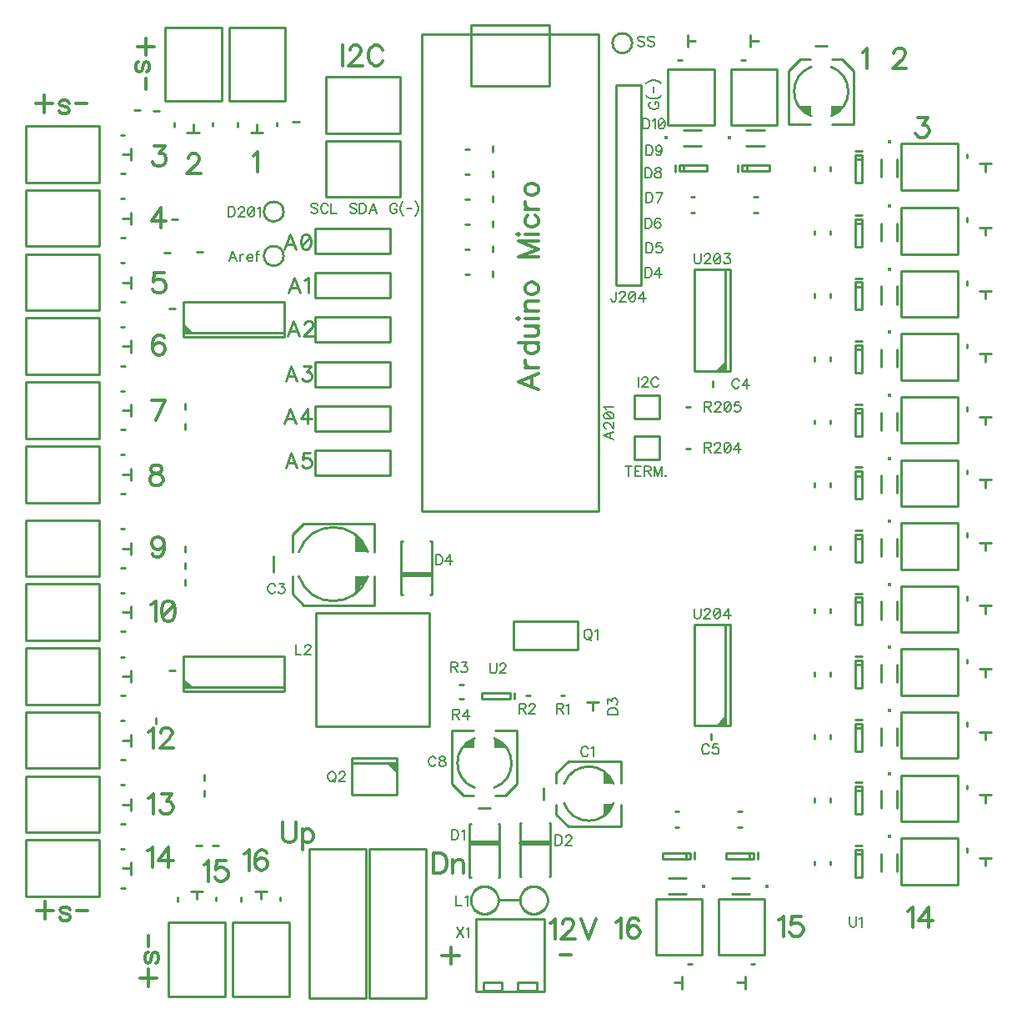
<source format=gto>
G04 DipTrace 3.0.0.2*
G04 IOExpander.GTO*
%MOMM*%
G04 #@! TF.FileFunction,Legend,Top*
G04 #@! TF.Part,Single*
%ADD10C,0.25*%
%ADD13C,0.5*%
%ADD47C,0.39996*%
%ADD50C,0.40002*%
%ADD119C,0.15686*%
%ADD120C,0.31373*%
%ADD121C,0.23529*%
%FSLAX35Y35*%
G04*
G71*
G90*
G75*
G01*
G04 TopSilk*
%LPD*%
X4100000Y5011778D2*
D10*
X5900000D1*
Y9852121D1*
X4100000D1*
Y5011778D1*
X4600040Y9322139D2*
X5399960D1*
Y9941848D1*
X4600040D1*
Y9322139D1*
X2500000Y7600000D2*
G02X2500000Y7600000I100000J0D01*
G01*
X6129964Y2249959D2*
Y2470008D1*
X5590001D1*
X5470029Y2350017D1*
Y2249959D1*
X6129964Y2030041D2*
Y1809992D1*
X5590001D1*
X5470029Y1929983D1*
Y2030041D1*
X5340000Y2199996D2*
Y2080004D1*
G36*
X6050042Y2239993D2*
X5950006D1*
Y2365000D1*
X6025033Y2314970D1*
D1*
X6050042Y2239993D1*
G37*
X5550040D2*
D10*
G02X6050042Y2239993I250001J-91017D01*
G01*
X5550040Y2040007D2*
G03X6050042Y2040007I250001J91017D01*
G01*
G36*
D2*
X5950006D1*
Y1915000D1*
X6025033Y1989978D1*
D1*
X6050042Y2040007D1*
G37*
X8269959Y8940036D2*
D10*
X8490008D1*
Y9479999D1*
X8370017Y9599971D1*
X8269959D1*
X8050041Y8940036D2*
X7829992D1*
Y9479999D1*
X7949983Y9599971D1*
X8050041D1*
X8219996Y9730000D2*
X8100004D1*
G36*
X8259993Y9019958D2*
Y9119994D1*
X8385000D1*
X8334970Y9044967D1*
D1*
X8259993Y9019958D1*
G37*
Y9519960D2*
D10*
G02X8259993Y9019958I-91018J-250001D01*
G01*
X8060007Y9519960D2*
G03X8060007Y9019958I91018J-250001D01*
G01*
G36*
D2*
Y9119994D1*
X7935000D1*
X8009978Y9044967D1*
D1*
X8060007Y9019958D1*
G37*
X3620025Y4590014D2*
D10*
Y4885002D1*
X2904996D1*
X2790051Y4769961D1*
Y4590014D1*
X3620025Y4349973D2*
Y4054985D1*
X2900019D1*
X2904996D2*
X2790051Y4170025D1*
Y4349973D1*
X2595000Y4550007D2*
Y4389980D1*
G36*
X3554969Y4594994D2*
X3429951D1*
Y4769961D1*
X3504962Y4695011D1*
D1*
X3554969Y4594994D1*
G37*
X2854989D2*
D10*
G02X3554969Y4594994I349990J-119984D01*
G01*
X2854989Y4344993D2*
G03X3554969Y4344993I349990J119984D01*
G01*
G36*
D2*
X3429951D1*
Y4170025D1*
X3504962Y4270042D1*
D1*
X3554969Y4344993D1*
G37*
X7055000Y6329997D2*
D10*
Y6270003D1*
X7045000Y2749997D2*
Y2690003D1*
X1599997Y7065000D2*
X1540003D1*
X1594997Y3390000D2*
X1535003D1*
X4821000Y8712997D2*
Y8653003D1*
Y8458997D2*
Y8399003D1*
Y8204997D2*
Y8145003D1*
Y7950997D2*
Y7891003D1*
Y7696997D2*
Y7637003D1*
Y7442997D2*
Y7383003D1*
X4895000Y1294984D2*
X4879996D1*
X4895000D2*
Y1835016D1*
X4585000Y1294984D2*
X4600004D1*
X4585000Y1835016D2*
X4600004D1*
X4585000Y1294984D2*
Y1835016D1*
X4895000D2*
X4879996D1*
Y1635016D2*
D13*
X4600004D1*
X5410000Y1299984D2*
D10*
X5394996D1*
X5410000D2*
Y1840016D1*
X5100000Y1299984D2*
X5115004D1*
X5100000Y1840016D2*
X5115004D1*
X5100000Y1299984D2*
Y1840016D1*
X5410000D2*
X5394996D1*
Y1640016D2*
D13*
X5115004D1*
X5779996Y3067004D2*
D10*
X5900004D1*
X5840000D2*
Y2986996D1*
X3895000Y4705016D2*
X3910004D1*
X3895000D2*
Y4164984D1*
X4205000Y4705016D2*
X4189996D1*
X4205000Y4164984D2*
X4189996D1*
X4205000Y4705016D2*
Y4164984D1*
X3895000D2*
X3910004D1*
Y4364984D2*
D13*
X4189996D1*
X2500000Y8050000D2*
D10*
G02X2500000Y8050000I100000J0D01*
G01*
X3784952Y7622987D2*
X3023048D1*
Y7877000D1*
X3784952D1*
Y7622987D1*
Y7172987D2*
X3023048D1*
Y7427000D1*
X3784952D1*
Y7172987D1*
Y6722987D2*
X3023048D1*
Y6977000D1*
X3784952D1*
Y6722987D1*
X6072995Y7303093D2*
X6326998D1*
Y9334907D1*
X6072995D1*
Y7303093D1*
X3128000Y8196000D2*
X3880000D1*
Y8768000D1*
X3128000D1*
Y8196000D1*
X6520000Y5530000D2*
X6260000D1*
Y5770000D1*
X6520000D1*
Y5530000D1*
X3784952Y6272987D2*
X3023048D1*
Y6527000D1*
X3784952D1*
Y6272987D1*
X6520000Y5945000D2*
X6260000D1*
Y6185000D1*
X6520000D1*
Y5945000D1*
X3128000Y8846000D2*
X3880000D1*
Y9418000D1*
X3128000D1*
Y8846000D1*
X3784952Y5822987D2*
X3023048D1*
Y6077000D1*
X3784952D1*
Y5822987D1*
Y5372987D2*
X3023048D1*
Y5627000D1*
X3784952D1*
Y5372987D1*
X3534000Y61000D2*
X2962000D1*
Y1575000D1*
X3534000D1*
Y61000D1*
X4144000D2*
X3572000D1*
Y1575000D1*
X4144000D1*
Y61000D1*
X5099990Y1060000D2*
X5100331Y1069766D1*
X5101352Y1079484D1*
X5103049Y1089108D1*
X5105413Y1098589D1*
X5108433Y1107883D1*
X5112093Y1116943D1*
X5116377Y1125726D1*
X5121263Y1134189D1*
X5126727Y1142290D1*
X5132743Y1149990D1*
X5139281Y1157252D1*
X5146310Y1164040D1*
X5153795Y1170322D1*
X5161701Y1176065D1*
X5169988Y1181244D1*
X5178615Y1185831D1*
X5187542Y1189806D1*
X5196724Y1193148D1*
X5206117Y1195841D1*
X5215675Y1197873D1*
X5225352Y1199233D1*
X5235099Y1199915D1*
X5244871D1*
X5254618Y1199233D1*
X5264295Y1197873D1*
X5273853Y1195841D1*
X5283246Y1193148D1*
X5292428Y1189806D1*
X5301355Y1185831D1*
X5309982Y1181244D1*
X5318269Y1176065D1*
X5326175Y1170322D1*
X5333660Y1164040D1*
X5340689Y1157252D1*
X5347227Y1149990D1*
X5353243Y1142290D1*
X5358707Y1134189D1*
X5363593Y1125726D1*
X5367877Y1116943D1*
X5371537Y1107883D1*
X5374557Y1098589D1*
X5376921Y1089108D1*
X5378618Y1079484D1*
X5379639Y1069766D1*
X5379980Y1060000D1*
X5379639Y1050234D1*
X5378618Y1040516D1*
X5376921Y1030892D1*
X5374557Y1021411D1*
X5371537Y1012117D1*
X5367877Y1003057D1*
X5363593Y994274D1*
X5358707Y985811D1*
X5353243Y977710D1*
X5347227Y970010D1*
X5340689Y962748D1*
X5333660Y955960D1*
X5326175Y949678D1*
X5318269Y943935D1*
X5309982Y938756D1*
X5301355Y934169D1*
X5292428Y930194D1*
X5283246Y926852D1*
X5273853Y924159D1*
X5264295Y922127D1*
X5254618Y920767D1*
X5244871Y920085D1*
X5235099D1*
X5225352Y920767D1*
X5215675Y922127D1*
X5206117Y924159D1*
X5196724Y926852D1*
X5187542Y930194D1*
X5178615Y934169D1*
X5169988Y938756D1*
X5161701Y943935D1*
X5153795Y949678D1*
X5146310Y955960D1*
X5139281Y962748D1*
X5132743Y970010D1*
X5126727Y977710D1*
X5121263Y985811D1*
X5116377Y994274D1*
X5112093Y1003057D1*
X5108433Y1012117D1*
X5105413Y1021411D1*
X5103049Y1030892D1*
X5101352Y1040516D1*
X5100331Y1050234D1*
X5099990Y1060000D1*
X4600020D2*
X4600361Y1069766D1*
X4601382Y1079484D1*
X4603079Y1089108D1*
X4605443Y1098589D1*
X4608463Y1107883D1*
X4612123Y1116943D1*
X4616407Y1125726D1*
X4621293Y1134189D1*
X4626757Y1142290D1*
X4632773Y1149990D1*
X4639311Y1157252D1*
X4646340Y1164040D1*
X4653825Y1170322D1*
X4661731Y1176065D1*
X4670018Y1181244D1*
X4678645Y1185831D1*
X4687572Y1189806D1*
X4696754Y1193148D1*
X4706147Y1195841D1*
X4715705Y1197873D1*
X4725382Y1199233D1*
X4735129Y1199915D1*
X4744901D1*
X4754648Y1199233D1*
X4764325Y1197873D1*
X4773883Y1195841D1*
X4783276Y1193148D1*
X4792458Y1189806D1*
X4801385Y1185831D1*
X4810012Y1181244D1*
X4818299Y1176065D1*
X4826205Y1170322D1*
X4833690Y1164040D1*
X4840719Y1157252D1*
X4847257Y1149990D1*
X4853273Y1142290D1*
X4858737Y1134189D1*
X4863623Y1125726D1*
X4867907Y1116943D1*
X4871567Y1107883D1*
X4874587Y1098589D1*
X4876951Y1089108D1*
X4878648Y1079484D1*
X4879669Y1069766D1*
X4880010Y1060000D1*
X4879669Y1050234D1*
X4878648Y1040516D1*
X4876951Y1030892D1*
X4874587Y1021411D1*
X4871567Y1012117D1*
X4867907Y1003057D1*
X4863623Y994274D1*
X4858737Y985811D1*
X4853273Y977710D1*
X4847257Y970010D1*
X4840719Y962748D1*
X4833690Y955960D1*
X4826205Y949678D1*
X4818299Y943935D1*
X4810012Y938756D1*
X4801385Y934169D1*
X4792458Y930194D1*
X4783276Y926852D1*
X4773883Y924159D1*
X4764325Y922127D1*
X4754648Y920767D1*
X4744901Y920085D1*
X4735129D1*
X4725382Y920767D1*
X4715705Y922127D1*
X4706147Y924159D1*
X4696754Y926852D1*
X4687572Y930194D1*
X4678645Y934169D1*
X4670018Y938756D1*
X4661731Y943935D1*
X4653825Y949678D1*
X4646340Y955960D1*
X4639311Y962748D1*
X4632773Y970010D1*
X4626757Y977710D1*
X4621293Y985811D1*
X4616407Y994274D1*
X4612123Y1003057D1*
X4608463Y1012117D1*
X4605443Y1021411D1*
X4603079Y1030892D1*
X4601382Y1040516D1*
X4600361Y1050234D1*
X4600020Y1060000D1*
X5089960D2*
X4890040D1*
X4179945Y3974982D2*
X3030018D1*
Y2824951D1*
X4179945D1*
Y3974982D1*
X5034990Y3889990D2*
X5685010D1*
Y3600010D1*
X5034990D1*
Y3889990D1*
X3849505Y2124992D2*
X3389502D1*
Y2505008D1*
X3849505D1*
Y2124992D1*
G36*
X3839505Y2455010D2*
Y2355014D1*
X3739504Y2455010D1*
D1*
X3839505D1*
G37*
X3849505D2*
D10*
X3389502D1*
X5515197Y3140000D2*
X5554803D1*
X5204803D2*
X5165197D1*
X4485197Y3250000D2*
X4524803D1*
Y3100000D2*
X4485197D1*
X4586803Y8683000D2*
X4547197D1*
X4586803Y8429000D2*
X4547197D1*
X4586803Y8175000D2*
X4547197D1*
X6829803Y5640000D2*
X6790197D1*
X6829803Y6065000D2*
X6790197D1*
X4586803Y7921000D2*
X4547197D1*
X4586803Y7667000D2*
X4547197D1*
X4586803Y7413000D2*
X4547197D1*
X6040000Y9760000D2*
G02X6040000Y9760000I100000J0D01*
G01*
X5000009Y3105012D2*
X4710000D1*
Y3164988D1*
X5000009D1*
Y3105012D1*
X5045000D2*
Y3164988D1*
X1679624Y7135240D2*
X2710376D1*
Y6775760D1*
X1679624D1*
Y7135240D1*
X1687858Y6823108D2*
X2702142D1*
G36*
X1677512D2*
Y6917652D1*
X1780968Y6823108D1*
D1*
X1677512D1*
G37*
X1679624Y3535240D2*
D10*
X2710376D1*
Y3175760D1*
X1679624D1*
Y3535240D1*
X1687858Y3223108D2*
X2702142D1*
G36*
X1677512D2*
Y3317652D1*
X1780968Y3223108D1*
D1*
X1677512D1*
G37*
X6875260Y6429124D2*
D10*
X7234740D1*
Y7459876D1*
X6875260D1*
Y6429124D1*
X7187392Y6437358D2*
Y7451642D1*
G36*
Y6427012D2*
X7092848D1*
X7187392Y6530468D1*
D1*
Y6427012D1*
G37*
X6875260Y2829124D2*
D10*
X7234740D1*
Y3859876D1*
X6875260D1*
Y2829124D1*
X7187392Y2837358D2*
Y3851642D1*
G36*
Y2827012D2*
X7092848D1*
X7187392Y2930468D1*
D1*
Y2827012D1*
G37*
X4650000Y865000D2*
D10*
X5350000D1*
Y135000D1*
X4650000D1*
Y865000D1*
X4730010Y219972D2*
X4919990D1*
Y139964D1*
X4730010D1*
Y219972D1*
X5080010D2*
X5269990D1*
Y139964D1*
X5080010D1*
Y219972D1*
X4630041Y2779964D2*
X4409992D1*
Y2240001D1*
X4529983Y2120029D1*
X4630041D1*
X4849959Y2779964D2*
X5070008D1*
Y2240001D1*
X4950017Y2120029D1*
X4849959D1*
X4680004Y1990000D2*
X4799996D1*
G36*
X4640007Y2700042D2*
Y2600006D1*
X4515000D1*
X4565030Y2675033D1*
D1*
X4640007Y2700042D1*
G37*
Y2200040D2*
D10*
G02X4640007Y2700042I91017J250001D01*
G01*
X4839993Y2200040D2*
G03X4839993Y2700042I-91017J250001D01*
G01*
G36*
D2*
Y2600006D1*
X4965000D1*
X4890022Y2675033D1*
D1*
X4839993Y2700042D1*
G37*
X2795003Y8965000D2*
D10*
X2854997D1*
X2490004Y8852996D2*
X2369996D1*
X2430000D2*
Y8933004D1*
X2146000Y9922000D2*
X2718000D1*
Y9170000D1*
X2146000D1*
Y9922000D1*
X2235000Y8949803D2*
Y8910197D1*
X2630000Y8954803D2*
Y8915197D1*
X1375003Y9075000D2*
X1434997D1*
X1840004Y8852996D2*
X1719996D1*
X1780000D2*
Y8933004D1*
X1496000Y9922000D2*
X2068000D1*
Y9170000D1*
X1496000D1*
Y9922000D1*
X1585000Y8949803D2*
Y8910197D1*
X1980000Y8954803D2*
Y8915197D1*
X1180003Y9080000D2*
X1239997D1*
X1147004Y8690004D2*
Y8569996D1*
Y8630000D2*
X1066996D1*
X78000Y8346000D2*
X830000D1*
Y8918000D1*
X78000D1*
Y8346000D1*
X1050197Y8435000D2*
X1089803D1*
X1045197Y8830000D2*
X1084803D1*
X1619997Y7975000D2*
X1560003D1*
X1147004Y8040004D2*
Y7919996D1*
Y7980000D2*
X1066996D1*
X78000Y7696000D2*
X830000D1*
Y8268000D1*
X78000D1*
Y7696000D1*
X1050197Y7785000D2*
X1089803D1*
X1045197Y8180000D2*
X1084803D1*
X1485003Y7630000D2*
X1544997D1*
X1147004Y7390004D2*
Y7269996D1*
Y7330000D2*
X1066996D1*
X78000Y7046000D2*
X830000D1*
Y7618000D1*
X78000D1*
Y7046000D1*
X1050197Y7135000D2*
X1089803D1*
X1045197Y7530000D2*
X1084803D1*
X1815003Y7640000D2*
X1874997D1*
X1147004Y6740004D2*
Y6619996D1*
Y6680000D2*
X1066996D1*
X78000Y6396000D2*
X830000D1*
Y6968000D1*
X78000D1*
Y6396000D1*
X1050197Y6485000D2*
X1089803D1*
X1045197Y6880000D2*
X1084803D1*
X1695000Y6099997D2*
Y6040003D1*
X1147004Y6090004D2*
Y5969996D1*
Y6030000D2*
X1066996D1*
X78000Y5746000D2*
X830000D1*
Y6318000D1*
X78000D1*
Y5746000D1*
X1050197Y5835000D2*
X1089803D1*
X1045197Y6230000D2*
X1084803D1*
X1695000Y5899997D2*
Y5840003D1*
X1147004Y5440004D2*
Y5319996D1*
Y5380000D2*
X1066996D1*
X78000Y5096000D2*
X830000D1*
Y5668000D1*
X78000D1*
Y5096000D1*
X1050197Y5185000D2*
X1089803D1*
X1045197Y5580000D2*
X1084803D1*
X1695000Y4649997D2*
Y4590003D1*
X1147004Y4690004D2*
Y4569996D1*
Y4630000D2*
X1066996D1*
X78000Y4346000D2*
X830000D1*
Y4918000D1*
X78000D1*
Y4346000D1*
X1050197Y4435000D2*
X1089803D1*
X1045197Y4830000D2*
X1084803D1*
X1700000Y4479997D2*
Y4420003D1*
X1147004Y4040004D2*
Y3919996D1*
Y3980000D2*
X1066996D1*
X78000Y3696000D2*
X830000D1*
Y4268000D1*
X78000D1*
Y3696000D1*
X1050197Y3785000D2*
X1089803D1*
X1045197Y4180000D2*
X1084803D1*
X1700000Y4314997D2*
Y4255003D1*
X1147004Y3390004D2*
Y3269996D1*
Y3330000D2*
X1066996D1*
X78000Y3046000D2*
X830000D1*
Y3618000D1*
X78000D1*
Y3046000D1*
X1050197Y3135000D2*
X1089803D1*
X1045197Y3530000D2*
X1084803D1*
X1400000Y2904997D2*
Y2845003D1*
X1147004Y2740004D2*
Y2619996D1*
Y2680000D2*
X1066996D1*
X78000Y2396000D2*
X830000D1*
Y2968000D1*
X78000D1*
Y2396000D1*
X1050197Y2485000D2*
X1089803D1*
X1045197Y2880000D2*
X1084803D1*
X1890000Y2329997D2*
Y2270003D1*
X1147004Y2090004D2*
Y1969996D1*
Y2030000D2*
X1066996D1*
X78000Y1746000D2*
X830000D1*
Y2318000D1*
X78000D1*
Y1746000D1*
X1050197Y1835000D2*
X1089803D1*
X1045197Y2230000D2*
X1084803D1*
X1890000Y2169997D2*
Y2110003D1*
X1147004Y1440004D2*
Y1319996D1*
Y1380000D2*
X1066996D1*
X78000Y1096000D2*
X830000D1*
Y1668000D1*
X78000D1*
Y1096000D1*
X1050197Y1185000D2*
X1089803D1*
X1045197Y1580000D2*
X1084803D1*
X1805003Y1615000D2*
X1864997D1*
X1759996Y1147004D2*
X1880004D1*
X1820000D2*
Y1066996D1*
X2104000Y78000D2*
X1532000D1*
Y830000D1*
X2104000D1*
Y78000D1*
X2015000Y1050197D2*
Y1089803D1*
X1620000Y1045197D2*
Y1084803D1*
X1980003Y1615000D2*
X2039997D1*
X2409996Y1147004D2*
X2530004D1*
X2470000D2*
Y1066996D1*
X2754000Y78000D2*
X2182000D1*
Y830000D1*
X2754000D1*
Y78000D1*
X2665000Y1050197D2*
Y1089803D1*
X2270000Y1045197D2*
Y1084803D1*
X6759980Y8880007D2*
X6940012D1*
X6759980Y8720000D2*
X6940012D1*
D47*
X6584998Y8800003D3*
X6802996Y9719996D2*
D10*
Y9840004D1*
Y9780000D2*
X6883004D1*
X6602557Y8926000D2*
X7071443D1*
Y9498000D1*
X6602557D1*
Y8926000D1*
X6717491Y8523887D2*
X6997509D1*
Y8459988D1*
X6717491D1*
Y8523887D1*
X6676667D2*
Y8456140D1*
X6762485Y8520002D2*
Y8459988D1*
X6874803Y8040000D2*
X6835197D1*
Y8200000D2*
X6874803D1*
X6705197Y9590000D2*
X6744803D1*
X7399980Y8880007D2*
X7580012D1*
X7399980Y8720000D2*
X7580012D1*
D47*
X7224998Y8800003D3*
X7442996Y9719996D2*
D10*
Y9840004D1*
Y9780000D2*
X7523004D1*
X7242557Y8926000D2*
X7711443D1*
Y9498000D1*
X7242557D1*
Y8926000D1*
X7357491Y8523887D2*
X7637509D1*
Y8459988D1*
X7357491D1*
Y8523887D1*
X7316667D2*
Y8456140D1*
X7402485Y8520002D2*
Y8459988D1*
X7514803Y8040000D2*
X7475197D1*
Y8200000D2*
X7514803D1*
X7345197Y9590000D2*
X7384803D1*
X8930007Y8580020D2*
Y8399988D1*
X8770000Y8580020D2*
Y8399988D1*
D50*
X8850003Y8755002D3*
X9769996Y8537004D2*
D10*
X9890004D1*
X9830000D2*
Y8456996D1*
X8976000Y8737443D2*
X9548000D1*
Y8268557D1*
X8976000D1*
Y8737443D1*
X8573887Y8622509D2*
X8509988D1*
Y8342491D1*
X8573887D1*
Y8622509D1*
Y8663333D2*
X8506140D1*
X8570002Y8577515D2*
X8509988D1*
X8090000Y8465197D2*
Y8504803D1*
X8250000D2*
Y8465197D1*
X9640000Y8634803D2*
Y8595197D1*
X8930007Y7930020D2*
Y7749988D1*
X8770000Y7930020D2*
Y7749988D1*
D50*
X8850003Y8105002D3*
X9769996Y7887004D2*
D10*
X9890004D1*
X9830000D2*
Y7806996D1*
X8976000Y8087443D2*
X9548000D1*
Y7618557D1*
X8976000D1*
Y8087443D1*
X8573887Y7972509D2*
X8509988D1*
Y7692491D1*
X8573887D1*
Y7972509D1*
Y8013333D2*
X8506140D1*
X8570002Y7927515D2*
X8509988D1*
X8090000Y7815197D2*
Y7854803D1*
X8250000D2*
Y7815197D1*
X9640000Y7984803D2*
Y7945197D1*
X8930007Y7290020D2*
Y7109988D1*
X8770000Y7290020D2*
Y7109988D1*
D50*
X8850003Y7465002D3*
X9769996Y7247004D2*
D10*
X9890004D1*
X9830000D2*
Y7166996D1*
X8976000Y7447443D2*
X9548000D1*
Y6978557D1*
X8976000D1*
Y7447443D1*
X8573887Y7332509D2*
X8509988D1*
Y7052491D1*
X8573887D1*
Y7332509D1*
Y7373333D2*
X8506140D1*
X8570002Y7287515D2*
X8509988D1*
X8090000Y7175197D2*
Y7214803D1*
X8250000D2*
Y7175197D1*
X9640000Y7344803D2*
Y7305197D1*
X8930007Y6650020D2*
Y6469988D1*
X8770000Y6650020D2*
Y6469988D1*
D50*
X8850003Y6825002D3*
X9769996Y6607004D2*
D10*
X9890004D1*
X9830000D2*
Y6526996D1*
X8976000Y6807443D2*
X9548000D1*
Y6338557D1*
X8976000D1*
Y6807443D1*
X8573887Y6692509D2*
X8509988D1*
Y6412491D1*
X8573887D1*
Y6692509D1*
Y6733333D2*
X8506140D1*
X8570002Y6647515D2*
X8509988D1*
X8090000Y6535197D2*
Y6574803D1*
X8250000D2*
Y6535197D1*
X9640000Y6704803D2*
Y6665197D1*
X8930007Y6010020D2*
Y5829988D1*
X8770000Y6010020D2*
Y5829988D1*
D50*
X8850003Y6185002D3*
X9769996Y5967004D2*
D10*
X9890004D1*
X9830000D2*
Y5886996D1*
X8976000Y6167443D2*
X9548000D1*
Y5698557D1*
X8976000D1*
Y6167443D1*
X8573887Y6052509D2*
X8509988D1*
Y5772491D1*
X8573887D1*
Y6052509D1*
Y6093333D2*
X8506140D1*
X8570002Y6007515D2*
X8509988D1*
X8090000Y5895197D2*
Y5934803D1*
X8250000D2*
Y5895197D1*
X9640000Y6064803D2*
Y6025197D1*
X8930007Y5370020D2*
Y5189988D1*
X8770000Y5370020D2*
Y5189988D1*
D50*
X8850003Y5545002D3*
X9769996Y5327004D2*
D10*
X9890004D1*
X9830000D2*
Y5246996D1*
X8976000Y5527443D2*
X9548000D1*
Y5058557D1*
X8976000D1*
Y5527443D1*
X8573887Y5412509D2*
X8509988D1*
Y5132491D1*
X8573887D1*
Y5412509D1*
Y5453333D2*
X8506140D1*
X8570002Y5367515D2*
X8509988D1*
X8090000Y5255197D2*
Y5294803D1*
X8250000D2*
Y5255197D1*
X9640000Y5424803D2*
Y5385197D1*
X8930007Y4730020D2*
Y4549988D1*
X8770000Y4730020D2*
Y4549988D1*
D50*
X8850003Y4905002D3*
X9769996Y4687004D2*
D10*
X9890004D1*
X9830000D2*
Y4606996D1*
X8976000Y4887443D2*
X9548000D1*
Y4418557D1*
X8976000D1*
Y4887443D1*
X8573887Y4772509D2*
X8509988D1*
Y4492491D1*
X8573887D1*
Y4772509D1*
Y4813333D2*
X8506140D1*
X8570002Y4727515D2*
X8509988D1*
X8090000Y4615197D2*
Y4654803D1*
X8250000D2*
Y4615197D1*
X9640000Y4784803D2*
Y4745197D1*
X8930007Y4090020D2*
Y3909988D1*
X8770000Y4090020D2*
Y3909988D1*
D50*
X8850003Y4265002D3*
X9769996Y4047004D2*
D10*
X9890004D1*
X9830000D2*
Y3966996D1*
X8976000Y4247443D2*
X9548000D1*
Y3778557D1*
X8976000D1*
Y4247443D1*
X8573887Y4132509D2*
X8509988D1*
Y3852491D1*
X8573887D1*
Y4132509D1*
Y4173333D2*
X8506140D1*
X8570002Y4087515D2*
X8509988D1*
X8090000Y3975197D2*
Y4014803D1*
X8250000D2*
Y3975197D1*
X9640000Y4144803D2*
Y4105197D1*
X8930007Y3450020D2*
Y3269988D1*
X8770000Y3450020D2*
Y3269988D1*
D50*
X8850003Y3625002D3*
X9769996Y3407004D2*
D10*
X9890004D1*
X9830000D2*
Y3326996D1*
X8976000Y3607443D2*
X9548000D1*
Y3138557D1*
X8976000D1*
Y3607443D1*
X8573887Y3492509D2*
X8509988D1*
Y3212491D1*
X8573887D1*
Y3492509D1*
Y3533333D2*
X8506140D1*
X8570002Y3447515D2*
X8509988D1*
X8090000Y3335197D2*
Y3374803D1*
X8250000D2*
Y3335197D1*
X9640000Y3504803D2*
Y3465197D1*
X8930007Y2810020D2*
Y2629988D1*
X8770000Y2810020D2*
Y2629988D1*
D50*
X8850003Y2985002D3*
X9769996Y2767004D2*
D10*
X9890004D1*
X9830000D2*
Y2686996D1*
X8976000Y2967443D2*
X9548000D1*
Y2498557D1*
X8976000D1*
Y2967443D1*
X8573887Y2852509D2*
X8509988D1*
Y2572491D1*
X8573887D1*
Y2852509D1*
Y2893333D2*
X8506140D1*
X8570002Y2807515D2*
X8509988D1*
X8090000Y2695197D2*
Y2734803D1*
X8250000D2*
Y2695197D1*
X9640000Y2864803D2*
Y2825197D1*
X8930007Y2170020D2*
Y1989988D1*
X8770000Y2170020D2*
Y1989988D1*
D50*
X8850003Y2345002D3*
X9769996Y2127004D2*
D10*
X9890004D1*
X9830000D2*
Y2046996D1*
X8976000Y2327443D2*
X9548000D1*
Y1858557D1*
X8976000D1*
Y2327443D1*
X8573887Y2212509D2*
X8509988D1*
Y1932491D1*
X8573887D1*
Y2212509D1*
Y2253333D2*
X8506140D1*
X8570002Y2167515D2*
X8509988D1*
X8090000Y2055197D2*
Y2094803D1*
X8250000D2*
Y2055197D1*
X9640000Y2224803D2*
Y2185197D1*
X8930007Y1530020D2*
Y1349988D1*
X8770000Y1530020D2*
Y1349988D1*
D50*
X8850003Y1705002D3*
X9769996Y1487004D2*
D10*
X9890004D1*
X9830000D2*
Y1406996D1*
X8976000Y1687443D2*
X9548000D1*
Y1218557D1*
X8976000D1*
Y1687443D1*
X8573887Y1572509D2*
X8509988D1*
Y1292491D1*
X8573887D1*
Y1572509D1*
Y1613333D2*
X8506140D1*
X8570002Y1527515D2*
X8509988D1*
X8090000Y1415197D2*
Y1454803D1*
X8250000D2*
Y1415197D1*
X9640000Y1584803D2*
Y1545197D1*
X7430020Y1119993D2*
X7249988D1*
X7430020Y1280000D2*
X7249988D1*
D47*
X7605002Y1199997D3*
X7387004Y280004D2*
D10*
Y159996D1*
Y220000D2*
X7306996D1*
X7587443Y1074000D2*
X7118557D1*
Y502000D1*
X7587443D1*
Y1074000D1*
X7472509Y1476113D2*
X7192491D1*
Y1540012D1*
X7472509D1*
Y1476113D1*
X7513333D2*
Y1543860D1*
X7427515Y1479998D2*
Y1540012D1*
X7315197Y1960000D2*
X7354803D1*
Y1800000D2*
X7315197D1*
X7484803Y410000D2*
X7445197D1*
X6790020Y1119993D2*
X6609988D1*
X6790020Y1280000D2*
X6609988D1*
D47*
X6965002Y1199997D3*
X6747004Y280004D2*
D10*
Y159996D1*
Y220000D2*
X6666996D1*
X6947443Y1074000D2*
X6478557D1*
Y502000D1*
X6947443D1*
Y1074000D1*
X6832509Y1476113D2*
X6552491D1*
Y1540012D1*
X6832509D1*
Y1476113D1*
X6873333D2*
Y1543860D1*
X6787515Y1479998D2*
Y1540012D1*
X6675197Y1960000D2*
X6714803D1*
Y1800000D2*
X6675197D1*
X6844803Y410000D2*
X6805197D1*
X6053299Y5813462D2*
D119*
X5951211Y5774491D1*
X6053298Y5735633D1*
X6019269Y5750233D2*
Y5798862D1*
X5975582Y5849776D2*
X5970752D1*
X5960982Y5854605D1*
X5956152Y5859435D1*
X5951323Y5869205D1*
Y5888635D1*
X5956152Y5898293D1*
X5960982Y5903122D1*
X5970752Y5908064D1*
X5980411D1*
X5990182Y5903122D1*
X6004669Y5893464D1*
X6053299Y5844835D1*
X6053298Y5912893D1*
X5951323Y5973466D2*
X5956152Y5958866D1*
X5970752Y5949095D1*
X5995011Y5944266D1*
X6009611D1*
X6033869Y5949095D1*
X6048469Y5958866D1*
X6053298Y5973466D1*
Y5983124D1*
X6048469Y5997724D1*
X6033869Y6007382D1*
X6009611Y6012324D1*
X5995011D1*
X5970752Y6007382D1*
X5956152Y5997724D1*
X5951323Y5983124D1*
Y5973466D1*
X5970752Y6007382D2*
X6033869Y5949095D1*
X5970752Y6043697D2*
X5965811Y6053467D1*
X5951323Y6068067D1*
X6053298D1*
X2223797Y7546702D2*
X2184827Y7648789D1*
X2145968Y7546702D1*
X2160568Y7580731D2*
X2209197D1*
X2255170Y7614760D2*
Y7546702D1*
Y7585560D2*
X2260111Y7600160D1*
X2269770Y7609931D1*
X2279541Y7614760D1*
X2294141D1*
X2325513Y7585560D2*
X2383801D1*
Y7595331D1*
X2378972Y7605102D1*
X2374142Y7609931D1*
X2364372Y7614760D1*
X2349772D1*
X2340113Y7609931D1*
X2330342Y7600160D1*
X2325513Y7585560D1*
Y7575902D1*
X2330342Y7561302D1*
X2340113Y7551643D1*
X2349772Y7546702D1*
X2364372D1*
X2374142Y7551643D1*
X2383801Y7561302D1*
X2454032Y7648789D2*
X2444373D1*
X2434603Y7643960D1*
X2429773Y7629360D1*
Y7546702D1*
X2415173Y7614760D2*
X2449203D1*
X5793572Y2594539D2*
X5788743Y2604198D1*
X5778972Y2613968D1*
X5769314Y2618798D1*
X5749884D1*
X5740114Y2613968D1*
X5730455Y2604198D1*
X5725514Y2594539D1*
X5720684Y2579939D1*
Y2555568D1*
X5725514Y2541081D1*
X5730455Y2531310D1*
X5740114Y2521651D1*
X5749884Y2516710D1*
X5769314D1*
X5778972Y2521651D1*
X5788743Y2531310D1*
X5793572Y2541081D1*
X5824945Y2599256D2*
X5834716Y2604198D1*
X5849316Y2618685D1*
Y2516710D1*
X2614228Y4249532D2*
X2609399Y4259191D1*
X2599628Y4268962D1*
X2589970Y4273791D1*
X2570541D1*
X2560770Y4268962D1*
X2551111Y4259191D1*
X2546170Y4249532D1*
X2541341Y4234932D1*
Y4210562D1*
X2546170Y4196074D1*
X2551111Y4186303D1*
X2560770Y4176645D1*
X2570541Y4171703D1*
X2589970D1*
X2599628Y4176645D1*
X2609399Y4186303D1*
X2614228Y4196074D1*
X2655372Y4273679D2*
X2708718D1*
X2679630Y4234820D1*
X2694230D1*
X2703889Y4229991D1*
X2708718Y4225162D1*
X2713659Y4210562D1*
Y4200903D1*
X2708718Y4186303D1*
X2699059Y4176532D1*
X2684459Y4171703D1*
X2669859D1*
X2655372Y4176532D1*
X2650542Y4181474D1*
X2645601Y4191132D1*
X7329314Y6329531D2*
X7324484Y6339189D1*
X7314714Y6348960D1*
X7305055Y6353789D1*
X7285626D1*
X7275855Y6348960D1*
X7266197Y6339189D1*
X7261255Y6329531D1*
X7256426Y6314931D1*
Y6290560D1*
X7261255Y6276072D1*
X7266197Y6266302D1*
X7275855Y6256643D1*
X7285626Y6251702D1*
X7305055D1*
X7314714Y6256643D1*
X7324484Y6266302D1*
X7329314Y6276072D1*
X7409316Y6251702D2*
Y6353677D1*
X7360686Y6285731D1*
X7433574D1*
X7021728Y2619531D2*
X7016899Y2629189D1*
X7007128Y2638960D1*
X6997470Y2643789D1*
X6978041D1*
X6968270Y2638960D1*
X6958611Y2629189D1*
X6953670Y2619531D1*
X6948841Y2604931D1*
Y2580560D1*
X6953670Y2566072D1*
X6958611Y2556302D1*
X6968270Y2546643D1*
X6978041Y2541702D1*
X6997470D1*
X7007128Y2546643D1*
X7016899Y2556302D1*
X7021728Y2566072D1*
X7111389Y2643677D2*
X7062872D1*
X7058042Y2599989D1*
X7062872Y2604819D1*
X7077472Y2609760D1*
X7091959D1*
X7106559Y2604819D1*
X7116330Y2595160D1*
X7121159Y2580560D1*
Y2570902D1*
X7116330Y2556302D1*
X7106559Y2546531D1*
X7091959Y2541702D1*
X7077472D1*
X7062872Y2546531D1*
X7058042Y2551472D1*
X7053101Y2561131D1*
X4408099Y1773789D2*
Y1671702D1*
X4442128D1*
X4456728Y1676643D1*
X4466499Y1686302D1*
X4471328Y1696072D1*
X4476158Y1710560D1*
Y1734931D1*
X4471328Y1749531D1*
X4466499Y1759189D1*
X4456728Y1768960D1*
X4442128Y1773789D1*
X4408099D1*
X4507530Y1754248D2*
X4517301Y1759189D1*
X4531901Y1773677D1*
Y1671702D1*
X5461255Y1718789D2*
Y1616702D1*
X5495284D1*
X5509884Y1621643D1*
X5519655Y1631302D1*
X5524484Y1641072D1*
X5529314Y1655560D1*
Y1679931D1*
X5524484Y1694531D1*
X5519655Y1704189D1*
X5509884Y1713960D1*
X5495284Y1718789D1*
X5461255D1*
X5565628Y1694419D2*
Y1699248D1*
X5570457Y1709019D1*
X5575286Y1713848D1*
X5585057Y1718677D1*
X5604486D1*
X5614145Y1713848D1*
X5618974Y1709019D1*
X5623916Y1699248D1*
Y1689589D1*
X5618974Y1679819D1*
X5609316Y1665331D1*
X5560686Y1616702D1*
X5628745D1*
X5991211Y2943256D2*
X6093298D1*
X6093299Y2977285D1*
X6088357Y2991885D1*
X6078699Y3001655D1*
X6068928Y3006485D1*
X6054440Y3011314D1*
X6030069D1*
X6015469Y3006485D1*
X6005811Y3001656D1*
X5996040Y2991885D1*
X5991211Y2977285D1*
Y2943256D1*
X5991323Y3052457D2*
Y3105803D1*
X6030182Y3076716D1*
Y3091316D1*
X6035011Y3100974D1*
X6039840Y3105803D1*
X6054440Y3110745D1*
X6064099D1*
X6078699Y3105803D1*
X6088469Y3096145D1*
X6093298Y3081545D1*
Y3066945D1*
X6088469Y3052457D1*
X6083528Y3047628D1*
X6073869Y3042686D1*
X4243841Y4563789D2*
Y4461702D1*
X4277870D1*
X4292470Y4466643D1*
X4302241Y4476302D1*
X4307070Y4486072D1*
X4311899Y4500560D1*
Y4524931D1*
X4307070Y4539531D1*
X4302241Y4549189D1*
X4292470Y4558960D1*
X4277870Y4563789D1*
X4243841D1*
X4391901Y4461702D2*
Y4563677D1*
X4343272Y4495731D1*
X4416159D1*
X2138668Y8098789D2*
Y7996702D1*
X2172697D1*
X2187297Y8001643D1*
X2197068Y8011302D1*
X2201897Y8021072D1*
X2206727Y8035560D1*
Y8059931D1*
X2201897Y8074531D1*
X2197068Y8084189D1*
X2187297Y8093960D1*
X2172697Y8098789D1*
X2138668D1*
X2243041Y8074419D2*
Y8079248D1*
X2247870Y8089019D1*
X2252699Y8093848D1*
X2262470Y8098677D1*
X2281899D1*
X2291558Y8093848D1*
X2296387Y8089019D1*
X2301328Y8079248D1*
Y8069589D1*
X2296387Y8059819D1*
X2286728Y8045331D1*
X2238099Y7996702D1*
X2306158D1*
X2366730Y8098677D2*
X2352130Y8093848D1*
X2342359Y8079248D1*
X2337530Y8054989D1*
Y8040389D1*
X2342359Y8016131D1*
X2352130Y8001531D1*
X2366730Y7996702D1*
X2376389D1*
X2390989Y8001531D1*
X2400647Y8016131D1*
X2405589Y8040389D1*
Y8054989D1*
X2400647Y8079248D1*
X2390989Y8093848D1*
X2376389Y8098677D1*
X2366730D1*
X2400647Y8079248D2*
X2342359Y8016131D1*
X2436961Y8079248D2*
X2446732Y8084189D1*
X2461332Y8098677D1*
Y7996702D1*
X6075750Y7237789D2*
Y7160072D1*
X6070921Y7145472D1*
X6065979Y7140643D1*
X6056321Y7135702D1*
X6046550D1*
X6036892Y7140643D1*
X6032062Y7145472D1*
X6027121Y7160072D1*
Y7169731D1*
X6112064Y7213419D2*
Y7218248D1*
X6116893Y7228019D1*
X6121723Y7232848D1*
X6131493Y7237677D1*
X6150923D1*
X6160581Y7232848D1*
X6165410Y7228019D1*
X6170352Y7218248D1*
Y7208589D1*
X6165410Y7198819D1*
X6155752Y7184331D1*
X6107123Y7135702D1*
X6175181D1*
X6235754Y7237677D2*
X6221154Y7232848D1*
X6211383Y7218248D1*
X6206554Y7193989D1*
Y7179389D1*
X6211383Y7155131D1*
X6221154Y7140531D1*
X6235754Y7135702D1*
X6245412D1*
X6260012Y7140531D1*
X6269671Y7155131D1*
X6274612Y7179389D1*
Y7193989D1*
X6269671Y7218248D1*
X6260012Y7232848D1*
X6245412Y7237677D1*
X6235754D1*
X6269671Y7218248D2*
X6211383Y7155131D1*
X6354614Y7135702D2*
Y7237677D1*
X6305985Y7169731D1*
X6378872D1*
X4452984Y1103789D2*
Y1001702D1*
X4511272D1*
X4542645Y1084248D2*
X4552416Y1089189D1*
X4567016Y1103677D1*
Y1001702D1*
X2821141Y3653789D2*
Y3551702D1*
X2879428D1*
X2915742Y3629419D2*
Y3634248D1*
X2920572Y3644019D1*
X2925401Y3648848D1*
X2935172Y3653677D1*
X2954601D1*
X2964259Y3648848D1*
X2969089Y3644019D1*
X2974030Y3634248D1*
Y3624589D1*
X2969089Y3614819D1*
X2959430Y3600331D1*
X2910801Y3551702D1*
X2978859D1*
X5782414Y3808789D2*
X5772755Y3804072D1*
X5762984Y3794302D1*
X5758155Y3784531D1*
X5753214Y3769931D1*
Y3745672D1*
X5758155Y3731072D1*
X5762984Y3721414D1*
X5772755Y3711643D1*
X5782414Y3706814D1*
X5801843D1*
X5811614Y3711643D1*
X5821272Y3721414D1*
X5826101Y3731072D1*
X5831043Y3745672D1*
Y3769931D1*
X5826101Y3784531D1*
X5821272Y3794302D1*
X5811614Y3804072D1*
X5801843Y3808789D1*
X5782414D1*
X5797014Y3726243D2*
X5826101Y3697043D1*
X5862416Y3789248D2*
X5872186Y3794189D1*
X5886786Y3808677D1*
Y3706702D1*
X3180073Y2363789D2*
X3170415Y2359072D1*
X3160644Y2349302D1*
X3155815Y2339531D1*
X3150873Y2324931D1*
Y2300672D1*
X3155815Y2286072D1*
X3160644Y2276414D1*
X3170415Y2266643D1*
X3180073Y2261814D1*
X3199502D1*
X3209273Y2266643D1*
X3218932Y2276414D1*
X3223761Y2286072D1*
X3228702Y2300672D1*
Y2324931D1*
X3223761Y2339531D1*
X3218932Y2349302D1*
X3209273Y2359072D1*
X3199502Y2363789D1*
X3180073D1*
X3194673Y2281243D2*
X3223761Y2252043D1*
X3265017Y2339419D2*
Y2344248D1*
X3269846Y2354019D1*
X3274675Y2358848D1*
X3284446Y2363677D1*
X3303875D1*
X3313533Y2358848D1*
X3318363Y2354019D1*
X3323304Y2344248D1*
Y2334589D1*
X3318363Y2324819D1*
X3308704Y2310331D1*
X3260075Y2261702D1*
X3328133D1*
X5473099Y3005160D2*
X5516787D1*
X5531387Y3010102D1*
X5536328Y3014931D1*
X5541158Y3024589D1*
Y3034360D1*
X5536328Y3044019D1*
X5531387Y3048960D1*
X5516787Y3053789D1*
X5473099D1*
Y2951702D1*
X5507128Y3005160D2*
X5541158Y2951702D1*
X5572530Y3034248D2*
X5582301Y3039189D1*
X5596901Y3053677D1*
Y2951702D1*
X5091255Y3005160D2*
X5134943D1*
X5149543Y3010102D1*
X5154484Y3014931D1*
X5159314Y3024589D1*
Y3034360D1*
X5154484Y3044019D1*
X5149543Y3048960D1*
X5134943Y3053789D1*
X5091255D1*
Y2951702D1*
X5125284Y3005160D2*
X5159314Y2951702D1*
X5195628Y3029419D2*
Y3034248D1*
X5200457Y3044019D1*
X5205286Y3048848D1*
X5215057Y3053677D1*
X5234486D1*
X5244145Y3048848D1*
X5248974Y3044019D1*
X5253916Y3034248D1*
Y3024589D1*
X5248974Y3014819D1*
X5239316Y3000331D1*
X5190686Y2951702D1*
X5258745D1*
X4401255Y3425160D2*
X4444943D1*
X4459543Y3430102D1*
X4464484Y3434931D1*
X4469314Y3444589D1*
Y3454360D1*
X4464484Y3464019D1*
X4459543Y3468960D1*
X4444943Y3473789D1*
X4401255D1*
Y3371702D1*
X4435284Y3425160D2*
X4469314Y3371702D1*
X4510457Y3473677D2*
X4563803D1*
X4534716Y3434819D1*
X4549316D1*
X4558974Y3429989D1*
X4563803Y3425160D1*
X4568745Y3410560D1*
Y3400902D1*
X4563803Y3386302D1*
X4554145Y3376531D1*
X4539545Y3371702D1*
X4524945D1*
X4510457Y3376531D1*
X4505628Y3381472D1*
X4500686Y3391131D1*
X4418841Y2945160D2*
X4462528D1*
X4477128Y2950102D1*
X4482070Y2954931D1*
X4486899Y2964589D1*
Y2974360D1*
X4482070Y2984019D1*
X4477128Y2988960D1*
X4462528Y2993789D1*
X4418841D1*
Y2891702D1*
X4452870Y2945160D2*
X4486899Y2891702D1*
X4566901D2*
Y2993677D1*
X4518272Y2925731D1*
X4591159D1*
X6974410Y5655160D2*
X7018097D1*
X7032697Y5660102D1*
X7037639Y5664931D1*
X7042468Y5674589D1*
Y5684360D1*
X7037639Y5694019D1*
X7032697Y5698960D1*
X7018097Y5703789D1*
X6974410D1*
Y5601702D1*
X7008439Y5655160D2*
X7042468Y5601702D1*
X7078782Y5679419D2*
Y5684248D1*
X7083611Y5694019D1*
X7088441Y5698848D1*
X7098211Y5703677D1*
X7117641D1*
X7127299Y5698848D1*
X7132128Y5694019D1*
X7137070Y5684248D1*
Y5674589D1*
X7132128Y5664819D1*
X7122470Y5650331D1*
X7073841Y5601702D1*
X7141899D1*
X7202472Y5703677D2*
X7187872Y5698848D1*
X7178101Y5684248D1*
X7173272Y5659989D1*
Y5645389D1*
X7178101Y5621131D1*
X7187872Y5606531D1*
X7202472Y5601702D1*
X7212130D1*
X7226730Y5606531D1*
X7236389Y5621131D1*
X7241330Y5645389D1*
Y5659989D1*
X7236389Y5684248D1*
X7226730Y5698848D1*
X7212130Y5703677D1*
X7202472D1*
X7236389Y5684248D2*
X7178101Y5621131D1*
X7321332Y5601702D2*
Y5703677D1*
X7272703Y5635731D1*
X7345590D1*
X6976824Y6070160D2*
X7020512D1*
X7035112Y6075102D1*
X7040053Y6079931D1*
X7044883Y6089589D1*
Y6099360D1*
X7040053Y6109019D1*
X7035112Y6113960D1*
X7020512Y6118789D1*
X6976824D1*
Y6016702D1*
X7010853Y6070160D2*
X7044883Y6016702D1*
X7081197Y6094419D2*
Y6099248D1*
X7086026Y6109019D1*
X7090855Y6113848D1*
X7100626Y6118677D1*
X7120055D1*
X7129714Y6113848D1*
X7134543Y6109019D1*
X7139484Y6099248D1*
Y6089589D1*
X7134543Y6079819D1*
X7124884Y6065331D1*
X7076255Y6016702D1*
X7144314D1*
X7204886Y6118677D2*
X7190286Y6113848D1*
X7180516Y6099248D1*
X7175686Y6074989D1*
Y6060389D1*
X7180516Y6036131D1*
X7190286Y6021531D1*
X7204886Y6016702D1*
X7214545D1*
X7229145Y6021531D1*
X7238803Y6036131D1*
X7243745Y6060389D1*
Y6074989D1*
X7238803Y6099248D1*
X7229145Y6113848D1*
X7214545Y6118677D1*
X7204886D1*
X7238803Y6099248D2*
X7180516Y6036131D1*
X7333405Y6118677D2*
X7284888D1*
X7280059Y6074989D1*
X7284888Y6079819D1*
X7299488Y6084760D1*
X7313976D1*
X7328576Y6079819D1*
X7338347Y6070160D1*
X7343176Y6055560D1*
Y6045902D1*
X7338347Y6031302D1*
X7328576Y6021531D1*
X7313976Y6016702D1*
X7299488D1*
X7284888Y6021531D1*
X7280059Y6026472D1*
X7275117Y6036131D1*
X6364314Y9814189D2*
X6354655Y9823960D1*
X6340055Y9828789D1*
X6320626D1*
X6306026Y9823960D1*
X6296255Y9814189D1*
Y9804531D1*
X6301197Y9794760D1*
X6306026Y9789931D1*
X6315684Y9785102D1*
X6344884Y9775331D1*
X6354655Y9770502D1*
X6359484Y9765560D1*
X6364314Y9755902D1*
Y9741302D1*
X6354655Y9731643D1*
X6340055Y9726702D1*
X6320626D1*
X6306026Y9731643D1*
X6296255Y9741302D1*
X6463745Y9814189D2*
X6454086Y9823960D1*
X6439486Y9828789D1*
X6420057D1*
X6405457Y9823960D1*
X6395686Y9814189D1*
Y9804531D1*
X6400628Y9794760D1*
X6405457Y9789931D1*
X6415116Y9785102D1*
X6444316Y9775331D1*
X6454086Y9770502D1*
X6458916Y9765560D1*
X6463745Y9755902D1*
Y9741302D1*
X6454086Y9731643D1*
X6439486Y9726702D1*
X6420057D1*
X6405457Y9731643D1*
X6395686Y9741302D1*
X8448099Y888789D2*
Y815902D1*
X8452928Y801302D1*
X8462699Y791643D1*
X8477299Y786702D1*
X8486958D1*
X8501558Y791643D1*
X8511328Y801302D1*
X8516158Y815902D1*
Y888789D1*
X8547530Y869248D2*
X8557301Y874189D1*
X8571901Y888677D1*
Y786702D1*
X4793755Y3463789D2*
Y3390902D1*
X4798584Y3376302D1*
X4808355Y3366643D1*
X4822955Y3361702D1*
X4832614D1*
X4847214Y3366643D1*
X4856984Y3376302D1*
X4861814Y3390902D1*
Y3463789D1*
X4898128Y3439419D2*
Y3444248D1*
X4902957Y3454019D1*
X4907786Y3458848D1*
X4917557Y3463677D1*
X4936986D1*
X4946645Y3458848D1*
X4951474Y3454019D1*
X4956416Y3444248D1*
Y3434589D1*
X4951474Y3424819D1*
X4941816Y3410331D1*
X4893186Y3361702D1*
X4961245D1*
X6871824Y7621123D2*
Y7548235D1*
X6876653Y7533635D1*
X6886424Y7523976D1*
X6901024Y7519035D1*
X6910683D1*
X6925283Y7523976D1*
X6935053Y7533635D1*
X6939883Y7548235D1*
Y7621123D1*
X6976197Y7596752D2*
Y7601581D1*
X6981026Y7611352D1*
X6985855Y7616181D1*
X6995626Y7621010D1*
X7015055D1*
X7024714Y7616181D1*
X7029543Y7611352D1*
X7034484Y7601581D1*
Y7591923D1*
X7029543Y7582152D1*
X7019884Y7567664D1*
X6971255Y7519035D1*
X7039314D1*
X7099886Y7621010D2*
X7085286Y7616181D1*
X7075516Y7601581D1*
X7070686Y7577323D1*
Y7562723D1*
X7075516Y7538464D1*
X7085286Y7523864D1*
X7099886Y7519035D1*
X7109545D1*
X7124145Y7523864D1*
X7133803Y7538464D1*
X7138745Y7562723D1*
Y7577323D1*
X7133803Y7601581D1*
X7124145Y7616181D1*
X7109545Y7621010D1*
X7099886D1*
X7133803Y7601581D2*
X7075516Y7538464D1*
X7179888Y7621010D2*
X7233234D1*
X7204147Y7582152D1*
X7218747D1*
X7228405Y7577323D1*
X7233234Y7572493D1*
X7238176Y7557893D1*
Y7548235D1*
X7233234Y7533635D1*
X7223576Y7523864D1*
X7208976Y7519035D1*
X7194376D1*
X7179888Y7523864D1*
X7175059Y7528806D1*
X7170117Y7538464D1*
X6869410Y4021123D2*
Y3948235D1*
X6874239Y3933635D1*
X6884010Y3923976D1*
X6898610Y3919035D1*
X6908268D1*
X6922868Y3923976D1*
X6932639Y3933635D1*
X6937468Y3948235D1*
Y4021123D1*
X6973782Y3996752D2*
Y4001581D1*
X6978611Y4011352D1*
X6983441Y4016181D1*
X6993211Y4021010D1*
X7012641D1*
X7022299Y4016181D1*
X7027128Y4011352D1*
X7032070Y4001581D1*
Y3991923D1*
X7027128Y3982152D1*
X7017470Y3967664D1*
X6968841Y3919035D1*
X7036899D1*
X7097472Y4021010D2*
X7082872Y4016181D1*
X7073101Y4001581D1*
X7068272Y3977323D1*
Y3962723D1*
X7073101Y3938464D1*
X7082872Y3923864D1*
X7097472Y3919035D1*
X7107130D1*
X7121730Y3923864D1*
X7131389Y3938464D1*
X7136330Y3962723D1*
Y3977323D1*
X7131389Y4001581D1*
X7121730Y4016181D1*
X7107130Y4021010D1*
X7097472D1*
X7131389Y4001581D2*
X7073101Y3938464D1*
X7216332Y3919035D2*
Y4021010D1*
X7167703Y3953064D1*
X7240590D1*
X4458099Y783789D2*
X4526158Y681702D1*
Y783789D2*
X4458099Y681702D1*
X4557530Y764248D2*
X4567301Y769189D1*
X4581901Y783677D1*
Y681702D1*
X4246784Y2494531D2*
X4241955Y2504189D1*
X4232184Y2513960D1*
X4222526Y2518789D1*
X4203097D1*
X4193326Y2513960D1*
X4183668Y2504189D1*
X4178726Y2494531D1*
X4173897Y2479931D1*
Y2455560D1*
X4178726Y2441072D1*
X4183668Y2431302D1*
X4193326Y2421643D1*
X4203097Y2416702D1*
X4222526D1*
X4232184Y2421643D1*
X4241955Y2431302D1*
X4246784Y2441072D1*
X4302416Y2518677D2*
X4287928Y2513848D1*
X4282986Y2504189D1*
Y2494419D1*
X4287928Y2484760D1*
X4297586Y2479819D1*
X4317016Y2474989D1*
X4331616Y2470160D1*
X4341274Y2460389D1*
X4346103Y2450731D1*
Y2436131D1*
X4341274Y2426472D1*
X4336445Y2421531D1*
X4321845Y2416702D1*
X4302416D1*
X4287928Y2421531D1*
X4282986Y2426472D1*
X4278157Y2436131D1*
Y2450731D1*
X4282986Y2460389D1*
X4292757Y2470160D1*
X4307245Y2474989D1*
X4326674Y2479819D1*
X4336445Y2484760D1*
X4341274Y2494419D1*
Y2504189D1*
X4336445Y2513848D1*
X4321845Y2518677D1*
X4302416D1*
X2390000Y8617683D2*
D120*
X2409541Y8627567D1*
X2438741Y8656542D1*
Y8452591D1*
X1729883Y8588025D2*
Y8597683D1*
X1739541Y8617225D1*
X1749200Y8626883D1*
X1768741Y8636542D1*
X1807600D1*
X1826917Y8626883D1*
X1836575Y8617225D1*
X1846458Y8597683D1*
Y8578367D1*
X1836575Y8558825D1*
X1817258Y8529850D1*
X1720000Y8432591D1*
X1856117D1*
X1389541Y8716542D2*
X1496233D1*
X1438058Y8638825D1*
X1467258D1*
X1486575Y8629167D1*
X1496233Y8619508D1*
X1506117Y8590308D1*
Y8570991D1*
X1496233Y8541791D1*
X1476917Y8522250D1*
X1447717Y8512591D1*
X1418517D1*
X1389541Y8522250D1*
X1379883Y8532133D1*
X1370000Y8551450D1*
X1457258Y7882591D2*
Y8086542D1*
X1360000Y7950650D1*
X1505775D1*
X1486575Y7426542D2*
X1389541D1*
X1379883Y7339167D1*
X1389541Y7348825D1*
X1418741Y7358708D1*
X1447717D1*
X1476917Y7348825D1*
X1496458Y7329508D1*
X1506117Y7300308D1*
Y7280991D1*
X1496458Y7251791D1*
X1476917Y7232250D1*
X1447717Y7222591D1*
X1418741D1*
X1389541Y7232250D1*
X1379883Y7242133D1*
X1370000Y7261450D1*
X1486575Y6767567D2*
X1476917Y6786883D1*
X1447717Y6796542D1*
X1428400D1*
X1399200Y6786883D1*
X1379658Y6757683D1*
X1370000Y6709167D1*
Y6660650D1*
X1379658Y6621791D1*
X1399200Y6602250D1*
X1428400Y6592591D1*
X1438058D1*
X1467033Y6602250D1*
X1486575Y6621791D1*
X1496233Y6650991D1*
Y6660650D1*
X1486575Y6689850D1*
X1467033Y6709167D1*
X1438058Y6718825D1*
X1428400D1*
X1399200Y6709167D1*
X1379658Y6689850D1*
X1370000Y6660650D1*
X1398858Y5932591D2*
X1496117Y6136542D1*
X1360000D1*
X1388517Y5476542D2*
X1359541Y5466883D1*
X1349658Y5447567D1*
Y5428025D1*
X1359541Y5408708D1*
X1378858Y5398825D1*
X1417717Y5389167D1*
X1446917Y5379508D1*
X1466233Y5359967D1*
X1475892Y5340650D1*
Y5311450D1*
X1466233Y5292133D1*
X1456575Y5282250D1*
X1427375Y5272591D1*
X1388517D1*
X1359541Y5282250D1*
X1349658Y5292133D1*
X1340000Y5311450D1*
Y5340650D1*
X1349658Y5359967D1*
X1369200Y5379508D1*
X1398175Y5389167D1*
X1437033Y5398825D1*
X1456575Y5408708D1*
X1466233Y5428025D1*
Y5447567D1*
X1456575Y5466883D1*
X1427375Y5476542D1*
X1388517D1*
X1486458Y4678708D2*
X1476575Y4649508D1*
X1457258Y4629967D1*
X1428058Y4620308D1*
X1418400D1*
X1389200Y4629967D1*
X1369883Y4649508D1*
X1360000Y4678708D1*
Y4688367D1*
X1369883Y4717567D1*
X1389200Y4736883D1*
X1418400Y4746542D1*
X1428058D1*
X1457258Y4736883D1*
X1476575Y4717567D1*
X1486458Y4678708D1*
Y4629967D1*
X1476575Y4581450D1*
X1457258Y4552250D1*
X1428058Y4542591D1*
X1408741D1*
X1379541Y4552250D1*
X1369883Y4571791D1*
X1350000Y4057683D2*
X1369541Y4067567D1*
X1398741Y4096542D1*
Y3892591D1*
X1519886Y4096542D2*
X1490686Y4086883D1*
X1471145Y4057683D1*
X1461486Y4009167D1*
Y3979967D1*
X1471145Y3931450D1*
X1490686Y3902250D1*
X1519886Y3892591D1*
X1539203D1*
X1568403Y3902250D1*
X1587720Y3931450D1*
X1597603Y3979967D1*
Y4009167D1*
X1587720Y4057683D1*
X1568403Y4086883D1*
X1539203Y4096542D1*
X1519886D1*
X1587720Y4057683D2*
X1471145Y3931450D1*
X1330000Y2767683D2*
X1349541Y2777567D1*
X1378741Y2806542D1*
Y2602591D1*
X1451369Y2758025D2*
Y2767683D1*
X1461028Y2787225D1*
X1470686Y2796883D1*
X1490228Y2806542D1*
X1529086D1*
X1548403Y2796883D1*
X1558062Y2787225D1*
X1567945Y2767683D1*
Y2748367D1*
X1558062Y2728825D1*
X1538745Y2699850D1*
X1441486Y2602591D1*
X1577603D1*
X1330000Y2097683D2*
X1349541Y2107567D1*
X1378741Y2136542D1*
Y1932591D1*
X1461028Y2136542D2*
X1567720D1*
X1509545Y2058825D1*
X1538745D1*
X1558062Y2049167D1*
X1567720Y2039508D1*
X1577603Y2010308D1*
Y1990991D1*
X1567720Y1961791D1*
X1548403Y1942250D1*
X1519203Y1932591D1*
X1490003D1*
X1461028Y1942250D1*
X1451369Y1952133D1*
X1441486Y1971450D1*
X1320000Y1557683D2*
X1339541Y1567567D1*
X1368741Y1596542D1*
Y1392591D1*
X1528745D2*
Y1596542D1*
X1431486Y1460650D1*
X1577262D1*
X1890000Y1417683D2*
X1909541Y1427567D1*
X1938741Y1456542D1*
Y1252591D1*
X2118062Y1456542D2*
X2021028D1*
X2011369Y1369167D1*
X2021028Y1378825D1*
X2050228Y1388708D1*
X2079203D1*
X2108403Y1378825D1*
X2127945Y1359508D1*
X2137603Y1330308D1*
Y1310991D1*
X2127945Y1281791D1*
X2108403Y1262250D1*
X2079203Y1252591D1*
X2050228D1*
X2021028Y1262250D1*
X2011369Y1272133D1*
X2001486Y1291450D1*
X2300000Y1527683D2*
X2319541Y1537567D1*
X2348741Y1566542D1*
Y1362591D1*
X2528062Y1537567D2*
X2518403Y1556883D1*
X2489203Y1566542D1*
X2469886D1*
X2440686Y1556883D1*
X2421145Y1527683D1*
X2411486Y1479167D1*
Y1430650D1*
X2421145Y1391791D1*
X2440686Y1372250D1*
X2469886Y1362591D1*
X2479545D1*
X2508520Y1372250D1*
X2528062Y1391791D1*
X2537720Y1420991D1*
Y1430650D1*
X2528062Y1459850D1*
X2508520Y1479167D1*
X2479545Y1488825D1*
X2469886D1*
X2440686Y1479167D1*
X2421145Y1459850D1*
X2411486Y1430650D1*
X277375Y1042054D2*
Y867079D1*
X190000Y954454D2*
X364975D1*
X534637Y959508D2*
X524979Y979050D1*
X495779Y988708D1*
X466579D1*
X437379Y979050D1*
X427720Y959508D1*
X437379Y940191D1*
X456920Y930308D1*
X505437Y920650D1*
X524979Y910991D1*
X534637Y891450D1*
Y881791D1*
X524979Y862474D1*
X495779Y852591D1*
X466579D1*
X437379Y862474D1*
X427720Y881791D1*
X597382Y954567D2*
X709690D1*
X267375Y9232054D2*
Y9057079D1*
X180000Y9144454D2*
X354975D1*
X524637Y9149508D2*
X514979Y9169050D1*
X485779Y9178708D1*
X456579D1*
X427379Y9169050D1*
X417720Y9149508D1*
X427379Y9130191D1*
X446920Y9120308D1*
X495437Y9110650D1*
X514979Y9100991D1*
X524637Y9081450D1*
Y9071791D1*
X514979Y9052474D1*
X485779Y9042591D1*
X456579D1*
X427379Y9052474D1*
X417720Y9071791D1*
X587382Y9144567D2*
X699690D1*
X1389464Y9724905D2*
X1214489D1*
X1301864Y9812280D2*
Y9637305D1*
X1306918Y9467643D2*
X1326459Y9477301D1*
X1336118Y9506501D1*
Y9535701D1*
X1326459Y9564901D1*
X1306918Y9574560D1*
X1287601Y9564901D1*
X1277718Y9545360D1*
X1268059Y9496843D1*
X1258401Y9477301D1*
X1238860Y9467643D1*
X1229201D1*
X1209884Y9477301D1*
X1200001Y9506501D1*
Y9535701D1*
X1209884Y9564901D1*
X1229201Y9574560D1*
X1301976Y9404898D2*
Y9292590D1*
X1240226Y269965D2*
X1415201D1*
X1327826Y182590D2*
Y357565D1*
X1322772Y527227D2*
X1303231Y517569D1*
X1293572Y488369D1*
Y459169D1*
X1303231Y429969D1*
X1322772Y420310D1*
X1342089Y429969D1*
X1351972Y449510D1*
X1361631Y498027D1*
X1371289Y517569D1*
X1390830Y527227D1*
X1400489D1*
X1419806Y517569D1*
X1429689Y488369D1*
Y459169D1*
X1419806Y429969D1*
X1400489Y420310D1*
X1327714Y589972D2*
Y702280D1*
X5286792Y6401148D2*
X5082617Y6323207D1*
X5286792Y6245490D1*
X5218734Y6274690D2*
Y6371948D1*
X5150675Y6463893D2*
X5286792D1*
X5209075D2*
X5179875Y6473776D1*
X5160334Y6493093D1*
X5150675Y6512635D1*
Y6541835D1*
X5082617Y6721155D2*
X5286792D1*
X5179875D2*
X5160334Y6701838D1*
X5150675Y6682297D1*
Y6653097D1*
X5160334Y6633780D1*
X5179875Y6614238D1*
X5209075Y6604580D1*
X5228392D1*
X5257592Y6614238D1*
X5276909Y6633780D1*
X5286792Y6653097D1*
Y6682297D1*
X5276909Y6701838D1*
X5257592Y6721155D1*
X5150675Y6783900D2*
X5247934D1*
X5276909Y6793559D1*
X5286792Y6813100D1*
Y6842300D1*
X5276909Y6861617D1*
X5247934Y6890817D1*
X5150675D2*
X5286792D1*
X5082617Y6953562D2*
X5092275Y6963221D1*
X5082617Y6973104D1*
X5072734Y6963221D1*
X5082617Y6953562D1*
X5150675Y6963221D2*
X5286792D1*
X5150675Y7035849D2*
X5286792D1*
X5189534D2*
X5160334Y7065049D1*
X5150675Y7084591D1*
Y7113566D1*
X5160334Y7133107D1*
X5189534Y7142766D1*
X5286792D1*
X5150675Y7254028D2*
X5160334Y7234711D1*
X5179875Y7215169D1*
X5209075Y7205511D1*
X5228392D1*
X5257592Y7215169D1*
X5276909Y7234711D1*
X5286792Y7254028D1*
Y7283228D1*
X5276909Y7302769D1*
X5257592Y7322086D1*
X5228392Y7331969D1*
X5209075D1*
X5179875Y7322086D1*
X5160334Y7302769D1*
X5150675Y7283228D1*
Y7254028D1*
X5286792Y7747663D2*
X5082617D1*
X5286792Y7669946D1*
X5082617Y7592229D1*
X5286792D1*
X5082617Y7810408D2*
X5092275Y7820066D1*
X5082617Y7829949D1*
X5072734Y7820066D1*
X5082617Y7810408D1*
X5150675Y7820066D2*
X5286792D1*
X5179875Y8009494D2*
X5160334Y7989953D1*
X5150675Y7970411D1*
Y7941436D1*
X5160334Y7921894D1*
X5179875Y7902578D1*
X5209075Y7892694D1*
X5228392D1*
X5257592Y7902578D1*
X5276909Y7921894D1*
X5286792Y7941436D1*
Y7970411D1*
X5276909Y7989953D1*
X5257592Y8009494D1*
X5150675Y8072240D2*
X5286792D1*
X5209075D2*
X5179875Y8082123D1*
X5160334Y8101440D1*
X5150675Y8120981D1*
Y8150181D1*
Y8261443D2*
X5160334Y8242126D1*
X5179875Y8222585D1*
X5209075Y8212926D1*
X5228392D1*
X5257592Y8222585D1*
X5276909Y8242126D1*
X5286792Y8261443D1*
Y8290643D1*
X5276909Y8310185D1*
X5257592Y8329502D1*
X5228392Y8339385D1*
X5209075D1*
X5179875Y8329502D1*
X5160334Y8310185D1*
X5150675Y8290643D1*
Y8261443D1*
X4397375Y582054D2*
Y407079D1*
X4310000Y494454D2*
X4484975D1*
X5510000Y504567D2*
X5622307D1*
X5410000Y827683D2*
X5429541Y837567D1*
X5458741Y866542D1*
Y662591D1*
X5531369Y818025D2*
Y827683D1*
X5541028Y847225D1*
X5550686Y856883D1*
X5570228Y866542D1*
X5609086D1*
X5628403Y856883D1*
X5638062Y847225D1*
X5647945Y827683D1*
Y808367D1*
X5638062Y788825D1*
X5618745Y759850D1*
X5521486Y662591D1*
X5657603D1*
X5720348Y866767D2*
X5798065Y662591D1*
X5875782Y866767D1*
X2826745Y7666942D2*
D121*
X2768289Y7820073D1*
X2710001Y7666942D1*
X2731901Y7717986D2*
X2804845D1*
X2917604Y7819905D2*
X2895704Y7812661D1*
X2881048Y7790761D1*
X2873804Y7754373D1*
Y7732473D1*
X2881048Y7696086D1*
X2895704Y7674186D1*
X2917604Y7666942D1*
X2932092D1*
X2953992Y7674186D1*
X2968479Y7696086D1*
X2975892Y7732473D1*
Y7754373D1*
X2968479Y7790761D1*
X2953992Y7812661D1*
X2932092Y7819905D1*
X2917604D1*
X2968479Y7790761D2*
X2881048Y7696086D1*
X2866745Y7226942D2*
X2808289Y7380073D1*
X2750001Y7226942D1*
X2771901Y7277986D2*
X2844845D1*
X2913804Y7350761D2*
X2928460Y7358173D1*
X2950360Y7379905D1*
Y7226942D1*
X2856745Y6786942D2*
X2798289Y6940073D1*
X2740001Y6786942D1*
X2761901Y6837986D2*
X2834845D1*
X2911216Y6903517D2*
Y6910761D1*
X2918460Y6925417D1*
X2925704Y6932661D1*
X2940360Y6939905D1*
X2969504D1*
X2983992Y6932661D1*
X2991236Y6925417D1*
X2998648Y6910761D1*
Y6896273D1*
X2991236Y6881617D1*
X2976748Y6859886D1*
X2903804Y6786942D1*
X3005892D1*
X2836745Y6326942D2*
X2778289Y6480073D1*
X2720001Y6326942D1*
X2741901Y6377986D2*
X2814845D1*
X2898460Y6479905D2*
X2978479D1*
X2934848Y6421617D1*
X2956748D1*
X2971236Y6414373D1*
X2978479Y6407129D1*
X2985892Y6385229D1*
Y6370742D1*
X2978479Y6348842D1*
X2963992Y6334186D1*
X2942092Y6326942D1*
X2920192D1*
X2898460Y6334186D1*
X2891216Y6341598D1*
X2883804Y6356086D1*
X2826745Y5896942D2*
X2768289Y6050073D1*
X2710001Y5896942D1*
X2731901Y5947986D2*
X2804845D1*
X2946748Y5896942D2*
Y6049905D1*
X2873804Y5947986D1*
X2983136D1*
X2836745Y5446942D2*
X2778289Y5600073D1*
X2720001Y5446942D1*
X2741901Y5497986D2*
X2814845D1*
X2971236Y5599905D2*
X2898460D1*
X2891216Y5534373D1*
X2898460Y5541617D1*
X2920360Y5549029D1*
X2942092D1*
X2963992Y5541617D1*
X2978648Y5527129D1*
X2985892Y5505229D1*
Y5490742D1*
X2978648Y5468842D1*
X2963992Y5454186D1*
X2942092Y5446942D1*
X2920360D1*
X2898460Y5454186D1*
X2891216Y5461598D1*
X2883804Y5476086D1*
X6432702Y9163498D2*
D119*
X6423044Y9158669D1*
X6413273Y9148898D1*
X6408443Y9139239D1*
Y9119810D1*
X6413273Y9110039D1*
X6423043Y9100381D1*
X6432702Y9095439D1*
X6447302Y9090610D1*
X6471673D1*
X6486160Y9095439D1*
X6495931Y9100381D1*
X6505590Y9110039D1*
X6510531Y9119810D1*
Y9139239D1*
X6505590Y9148898D1*
X6495931Y9158668D1*
X6486160Y9163498D1*
X6471673D1*
Y9139239D1*
X6381827Y9228899D2*
X6391485Y9219129D1*
X6406085Y9209470D1*
X6425514Y9199699D1*
X6449885Y9194870D1*
X6469314D1*
X6493573Y9199699D1*
X6513002Y9209470D1*
X6527602Y9219129D1*
X6537260Y9228899D1*
X6459544Y9260272D2*
Y9316426D1*
X6381827Y9347798D2*
X6391485Y9357569D1*
X6406085Y9367228D1*
X6425514Y9376998D1*
X6449885Y9381827D1*
X6469314D1*
X6493573Y9376998D1*
X6513002Y9367227D1*
X6527602Y9357569D1*
X6537260Y9347798D1*
X6350000Y8993383D2*
Y8891296D1*
X6384029D1*
X6398629Y8896237D1*
X6408400Y8905896D1*
X6413229Y8915666D1*
X6418058Y8930154D1*
Y8954525D1*
X6413229Y8969125D1*
X6408400Y8978783D1*
X6398629Y8988554D1*
X6384029Y8993383D1*
X6350000D1*
X6449431Y8973842D2*
X6459202Y8978783D1*
X6473802Y8993271D1*
Y8891296D1*
X6534374Y8993271D2*
X6519774Y8988442D1*
X6510003Y8973842D1*
X6505174Y8949583D1*
Y8934983D1*
X6510003Y8910725D1*
X6519774Y8896125D1*
X6534374Y8891296D1*
X6544033D1*
X6558633Y8896125D1*
X6568291Y8910725D1*
X6573233Y8934983D1*
Y8949583D1*
X6568291Y8973842D1*
X6558633Y8988442D1*
X6544033Y8993271D1*
X6534374D1*
X6568291Y8973842D2*
X6510003Y8910725D1*
X6380000Y8723383D2*
Y8621296D1*
X6414029D1*
X6428629Y8626237D1*
X6438400Y8635896D1*
X6443229Y8645666D1*
X6448058Y8660154D1*
Y8684525D1*
X6443229Y8699125D1*
X6438400Y8708783D1*
X6428629Y8718554D1*
X6414029Y8723383D1*
X6380000D1*
X6542660Y8689354D2*
X6537719Y8674754D1*
X6528060Y8664983D1*
X6513460Y8660154D1*
X6508631D1*
X6494031Y8664983D1*
X6484372Y8674754D1*
X6479431Y8689354D1*
Y8694183D1*
X6484372Y8708783D1*
X6494031Y8718442D1*
X6508631Y8723271D1*
X6513460D1*
X6528060Y8718442D1*
X6537719Y8708783D1*
X6542660Y8689354D1*
Y8664983D1*
X6537719Y8640725D1*
X6528060Y8626125D1*
X6513460Y8621296D1*
X6503802D1*
X6489202Y8626125D1*
X6484372Y8635896D1*
X6370000Y8493383D2*
Y8391296D1*
X6404029D1*
X6418629Y8396237D1*
X6428400Y8405896D1*
X6433229Y8415666D1*
X6438058Y8430154D1*
Y8454525D1*
X6433229Y8469125D1*
X6428400Y8478783D1*
X6418629Y8488554D1*
X6404029Y8493383D1*
X6370000D1*
X6493689Y8493271D2*
X6479202Y8488442D1*
X6474260Y8478783D1*
Y8469013D1*
X6479202Y8459354D1*
X6488860Y8454413D1*
X6508289Y8449583D1*
X6522889Y8444754D1*
X6532548Y8434983D1*
X6537377Y8425325D1*
Y8410725D1*
X6532548Y8401066D1*
X6527719Y8396125D1*
X6513119Y8391296D1*
X6493689D1*
X6479202Y8396125D1*
X6474260Y8401066D1*
X6469431Y8410725D1*
Y8425325D1*
X6474260Y8434983D1*
X6484031Y8444754D1*
X6498519Y8449583D1*
X6517948Y8454413D1*
X6527719Y8459354D1*
X6532548Y8469013D1*
Y8478783D1*
X6527719Y8488442D1*
X6513119Y8493271D1*
X6493689D1*
X6380000Y8243383D2*
Y8141296D1*
X6414029D1*
X6428629Y8146237D1*
X6438400Y8155896D1*
X6443229Y8165666D1*
X6448058Y8180154D1*
Y8204525D1*
X6443229Y8219125D1*
X6438400Y8228783D1*
X6428629Y8238554D1*
X6414029Y8243383D1*
X6380000D1*
X6498860Y8141296D2*
X6547489Y8243271D1*
X6479431D1*
X6370000Y7983383D2*
Y7881296D1*
X6404029D1*
X6418629Y7886237D1*
X6428400Y7895896D1*
X6433229Y7905666D1*
X6438058Y7920154D1*
Y7944525D1*
X6433229Y7959125D1*
X6428400Y7968783D1*
X6418629Y7978554D1*
X6404029Y7983383D1*
X6370000D1*
X6527719Y7968783D2*
X6522889Y7978442D1*
X6508289Y7983271D1*
X6498631D1*
X6484031Y7978442D1*
X6474260Y7963842D1*
X6469431Y7939583D1*
Y7915325D1*
X6474260Y7895896D1*
X6484031Y7886125D1*
X6498631Y7881296D1*
X6503460D1*
X6517948Y7886125D1*
X6527719Y7895896D1*
X6532548Y7910496D1*
Y7915325D1*
X6527719Y7929925D1*
X6517948Y7939583D1*
X6503460Y7944413D1*
X6498631D1*
X6484031Y7939583D1*
X6474260Y7929925D1*
X6469431Y7915325D1*
X6380000Y7733383D2*
Y7631296D1*
X6414029D1*
X6428629Y7636237D1*
X6438400Y7645896D1*
X6443229Y7655666D1*
X6448058Y7670154D1*
Y7694525D1*
X6443229Y7709125D1*
X6438400Y7718783D1*
X6428629Y7728554D1*
X6414029Y7733383D1*
X6380000D1*
X6537719Y7733271D2*
X6489202D1*
X6484372Y7689583D1*
X6489202Y7694413D1*
X6503802Y7699354D1*
X6518289D1*
X6532889Y7694413D1*
X6542660Y7684754D1*
X6547489Y7670154D1*
Y7660496D1*
X6542660Y7645896D1*
X6532889Y7636125D1*
X6518289Y7631296D1*
X6503802D1*
X6489202Y7636125D1*
X6484372Y7641066D1*
X6479431Y7650725D1*
X6370000Y7483383D2*
Y7381296D1*
X6404029D1*
X6418629Y7386237D1*
X6428400Y7395896D1*
X6433229Y7405666D1*
X6438058Y7420154D1*
Y7444525D1*
X6433229Y7459125D1*
X6428400Y7468783D1*
X6418629Y7478554D1*
X6404029Y7483383D1*
X6370000D1*
X6518060Y7381296D2*
Y7483271D1*
X6469431Y7415325D1*
X6542319D1*
X8580000Y9667683D2*
D120*
X8599541Y9677567D1*
X8628741Y9706542D1*
Y9502591D1*
X8898884Y9658025D2*
Y9667683D1*
X8908542Y9687225D1*
X8918201Y9696883D1*
X8937742Y9706542D1*
X8976601D1*
X8995917Y9696883D1*
X9005576Y9687225D1*
X9015459Y9667683D1*
Y9648367D1*
X9005576Y9628825D1*
X8986259Y9599850D1*
X8889001Y9502591D1*
X9025117D1*
X9139541Y9006542D2*
X9246233D1*
X9188058Y8928825D1*
X9217258D1*
X9236575Y8919167D1*
X9246233Y8909508D1*
X9256117Y8880308D1*
Y8860991D1*
X9246233Y8831791D1*
X9226917Y8812250D1*
X9197717Y8802591D1*
X9168517D1*
X9139541Y8812250D1*
X9129883Y8822133D1*
X9120000Y8841450D1*
X9040000Y947683D2*
X9059541Y957567D1*
X9088741Y986542D1*
Y782591D1*
X9248745D2*
Y986542D1*
X9151486Y850650D1*
X9297262D1*
X7730000Y857683D2*
X7749541Y867567D1*
X7778741Y896542D1*
Y692591D1*
X7958062Y896542D2*
X7861028D1*
X7851369Y809167D1*
X7861028Y818825D1*
X7890228Y828708D1*
X7919203D1*
X7948403Y818825D1*
X7967945Y799508D1*
X7977603Y770308D1*
Y750991D1*
X7967945Y721791D1*
X7948403Y702250D1*
X7919203Y692591D1*
X7890228D1*
X7861028Y702250D1*
X7851369Y712133D1*
X7841486Y731450D1*
X6080000Y837683D2*
X6099541Y847567D1*
X6128741Y876542D1*
Y672591D1*
X6308062Y847567D2*
X6298403Y866883D1*
X6269203Y876542D1*
X6249886D1*
X6220686Y866883D1*
X6201145Y837683D1*
X6191486Y789167D1*
Y740650D1*
X6201145Y701791D1*
X6220686Y682250D1*
X6249886Y672591D1*
X6259545D1*
X6288520Y682250D1*
X6308062Y701791D1*
X6317720Y730991D1*
Y740650D1*
X6308062Y769850D1*
X6288520Y789167D1*
X6259545Y798825D1*
X6249886D1*
X6220686Y789167D1*
X6201145Y769850D1*
X6191486Y740650D1*
X2690000Y1846767D2*
Y1700991D1*
X2699658Y1671791D1*
X2719200Y1652474D1*
X2748400Y1642591D1*
X2767717D1*
X2796917Y1652474D1*
X2816458Y1671791D1*
X2826117Y1700991D1*
Y1846767D1*
X2888862Y1778708D2*
Y1574533D1*
Y1749508D2*
X2908403Y1768825D1*
X2927720Y1778708D1*
X2956920D1*
X2976462Y1768825D1*
X2995779Y1749508D1*
X3005662Y1720308D1*
Y1700767D1*
X2995779Y1671791D1*
X2976462Y1652250D1*
X2956920Y1642591D1*
X2927720D1*
X2908403Y1652250D1*
X2888862Y1671791D1*
X4220000Y1536767D2*
Y1332591D1*
X4288058D1*
X4317258Y1342474D1*
X4336800Y1361791D1*
X4346458Y1381333D1*
X4356117Y1410308D1*
Y1459050D1*
X4346458Y1488250D1*
X4336800Y1507567D1*
X4317258Y1527108D1*
X4288058Y1536767D1*
X4220000D1*
X4418862Y1468708D2*
Y1332591D1*
Y1429850D2*
X4448062Y1459050D1*
X4467603Y1468708D1*
X4496579D1*
X4516120Y1459050D1*
X4525779Y1429850D1*
Y1332591D1*
X3300003Y9736767D2*
Y9532591D1*
X3372631Y9688025D2*
Y9697683D1*
X3382290Y9717225D1*
X3391948Y9726883D1*
X3411490Y9736542D1*
X3450348D1*
X3469665Y9726883D1*
X3479323Y9717225D1*
X3489207Y9697683D1*
Y9678367D1*
X3479323Y9658825D1*
X3460007Y9629850D1*
X3362748Y9532591D1*
X3498865D1*
X3707385Y9688250D2*
X3697727Y9707567D1*
X3678185Y9727108D1*
X3658869Y9736767D1*
X3620010D1*
X3600469Y9727108D1*
X3581152Y9707567D1*
X3571269Y9688250D1*
X3561610Y9659050D1*
Y9610308D1*
X3571269Y9581333D1*
X3581152Y9561791D1*
X3600469Y9542474D1*
X3620010Y9532591D1*
X3658869D1*
X3678185Y9542474D1*
X3697727Y9561791D1*
X3707385Y9581333D1*
X3048058Y8118783D2*
D119*
X3038400Y8128554D1*
X3023800Y8133383D1*
X3004371D1*
X2989771Y8128554D1*
X2980000Y8118783D1*
Y8109125D1*
X2984941Y8099354D1*
X2989771Y8094525D1*
X2999429Y8089696D1*
X3028629Y8079925D1*
X3038400Y8075096D1*
X3043229Y8070154D1*
X3048058Y8060496D1*
Y8045896D1*
X3038400Y8036237D1*
X3023800Y8031296D1*
X3004371D1*
X2989771Y8036237D1*
X2980000Y8045896D1*
X3152319Y8109125D2*
X3147489Y8118783D1*
X3137719Y8128554D1*
X3128060Y8133383D1*
X3108631D1*
X3098860Y8128554D1*
X3089202Y8118783D1*
X3084260Y8109125D1*
X3079431Y8094525D1*
Y8070154D1*
X3084260Y8055666D1*
X3089202Y8045896D1*
X3098860Y8036237D1*
X3108631Y8031296D1*
X3128060D1*
X3137719Y8036237D1*
X3147489Y8045896D1*
X3152319Y8055666D1*
X3183691Y8133383D2*
Y8031296D1*
X3241979D1*
X3440167Y8118783D2*
X3430508Y8128554D1*
X3415908Y8133383D1*
X3396479D1*
X3381879Y8128554D1*
X3372108Y8118783D1*
Y8109125D1*
X3377050Y8099354D1*
X3381879Y8094525D1*
X3391538Y8089696D1*
X3420738Y8079925D1*
X3430508Y8075096D1*
X3435338Y8070154D1*
X3440167Y8060496D1*
Y8045896D1*
X3430508Y8036237D1*
X3415908Y8031296D1*
X3396479D1*
X3381879Y8036237D1*
X3372108Y8045896D1*
X3471539Y8133383D2*
Y8031296D1*
X3505569D1*
X3520169Y8036237D1*
X3529939Y8045896D1*
X3534769Y8055666D1*
X3539598Y8070154D1*
Y8094525D1*
X3534769Y8109125D1*
X3529939Y8118783D1*
X3520169Y8128554D1*
X3505569Y8133383D1*
X3471539D1*
X3648800Y8031296D2*
X3609829Y8133383D1*
X3570970Y8031296D1*
X3585570Y8065325D2*
X3634200D1*
X3851817Y8109125D2*
X3846988Y8118783D1*
X3837217Y8128554D1*
X3827559Y8133383D1*
X3808129D1*
X3798359Y8128554D1*
X3788700Y8118783D1*
X3783759Y8109125D1*
X3778929Y8094525D1*
Y8070154D1*
X3783759Y8055666D1*
X3788700Y8045896D1*
X3798359Y8036237D1*
X3808129Y8031296D1*
X3827559D1*
X3837217Y8036237D1*
X3846988Y8045896D1*
X3851817Y8055666D1*
Y8070154D1*
X3827559D1*
X3917219Y8160000D2*
X3907448Y8150342D1*
X3897790Y8135742D1*
X3888019Y8116313D1*
X3883190Y8091942D1*
Y8072513D1*
X3888019Y8048254D1*
X3897790Y8028825D1*
X3907448Y8014225D1*
X3917219Y8004566D1*
X3948591Y8082283D2*
X4004745D1*
X4036118Y8160000D2*
X4045889Y8150342D1*
X4055547Y8135742D1*
X4065318Y8116313D1*
X4070147Y8091942D1*
Y8072513D1*
X4065318Y8048254D1*
X4055547Y8028825D1*
X4045889Y8014225D1*
X4036118Y8004566D1*
X6305000Y6368383D2*
Y6266296D1*
X6341314Y6344013D2*
Y6348842D1*
X6346143Y6358613D1*
X6350972Y6363442D1*
X6360743Y6368271D1*
X6380172D1*
X6389831Y6363442D1*
X6394660Y6358613D1*
X6399602Y6348842D1*
Y6339183D1*
X6394660Y6329413D1*
X6385002Y6314925D1*
X6336372Y6266296D1*
X6404431D1*
X6508691Y6344125D2*
X6503862Y6353783D1*
X6494091Y6363554D1*
X6484433Y6368383D1*
X6465003D1*
X6455233Y6363554D1*
X6445574Y6353783D1*
X6440633Y6344125D1*
X6435803Y6329525D1*
Y6305154D1*
X6440633Y6290666D1*
X6445574Y6280896D1*
X6455233Y6271237D1*
X6465003Y6266296D1*
X6484433D1*
X6494091Y6271237D1*
X6503862Y6280896D1*
X6508691Y6290666D1*
X6204029Y5463383D2*
Y5361296D1*
X6170000Y5463383D2*
X6238058D1*
X6332548D2*
X6269431D1*
Y5361296D1*
X6332548D1*
X6269431Y5414754D2*
X6308289D1*
X6363920D2*
X6407608D1*
X6422208Y5419696D1*
X6427150Y5424525D1*
X6431979Y5434183D1*
Y5443954D1*
X6427150Y5453613D1*
X6422208Y5458554D1*
X6407608Y5463383D1*
X6363920D1*
Y5361296D1*
X6397950Y5414754D2*
X6431979Y5361296D1*
X6541068D2*
Y5463383D1*
X6502210Y5361296D1*
X6463351Y5463383D1*
Y5361296D1*
X6577270Y5371066D2*
X6572441Y5366125D1*
X6577270Y5361296D1*
X6582212Y5366125D1*
X6577270Y5371066D1*
M02*

</source>
